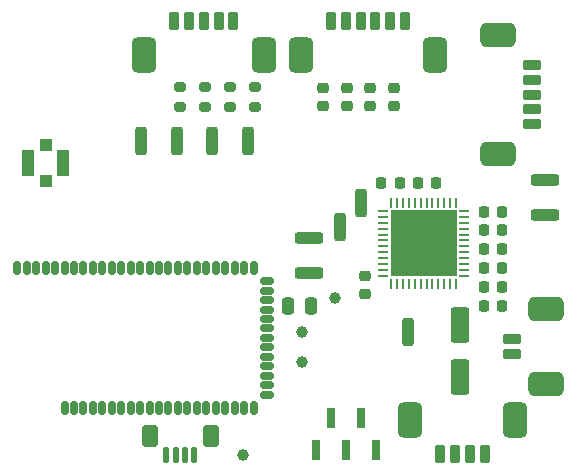
<source format=gbr>
%TF.GenerationSoftware,KiCad,Pcbnew,8.0.5*%
%TF.CreationDate,2025-01-02T11:16:24+01:00*%
%TF.ProjectId,BluetoothReceiver,426c7565-746f-46f7-9468-526563656976,rev?*%
%TF.SameCoordinates,Original*%
%TF.FileFunction,Soldermask,Top*%
%TF.FilePolarity,Negative*%
%FSLAX46Y46*%
G04 Gerber Fmt 4.6, Leading zero omitted, Abs format (unit mm)*
G04 Created by KiCad (PCBNEW 8.0.5) date 2025-01-02 11:16:24*
%MOMM*%
%LPD*%
G01*
G04 APERTURE LIST*
G04 Aperture macros list*
%AMRoundRect*
0 Rectangle with rounded corners*
0 $1 Rounding radius*
0 $2 $3 $4 $5 $6 $7 $8 $9 X,Y pos of 4 corners*
0 Add a 4 corners polygon primitive as box body*
4,1,4,$2,$3,$4,$5,$6,$7,$8,$9,$2,$3,0*
0 Add four circle primitives for the rounded corners*
1,1,$1+$1,$2,$3*
1,1,$1+$1,$4,$5*
1,1,$1+$1,$6,$7*
1,1,$1+$1,$8,$9*
0 Add four rect primitives between the rounded corners*
20,1,$1+$1,$2,$3,$4,$5,0*
20,1,$1+$1,$4,$5,$6,$7,0*
20,1,$1+$1,$6,$7,$8,$9,0*
20,1,$1+$1,$8,$9,$2,$3,0*%
G04 Aperture macros list end*
%ADD10RoundRect,0.125000X0.125000X0.525000X-0.125000X0.525000X-0.125000X-0.525000X0.125000X-0.525000X0*%
%ADD11RoundRect,0.350000X0.350000X0.600000X-0.350000X0.600000X-0.350000X-0.600000X0.350000X-0.600000X0*%
%ADD12RoundRect,0.200000X-0.200000X-0.600000X0.200000X-0.600000X0.200000X0.600000X-0.200000X0.600000X0*%
%ADD13RoundRect,0.525000X-0.525000X-0.975000X0.525000X-0.975000X0.525000X0.975000X-0.525000X0.975000X0*%
%ADD14RoundRect,0.200000X-0.600000X0.200000X-0.600000X-0.200000X0.600000X-0.200000X0.600000X0.200000X0*%
%ADD15RoundRect,0.525000X-0.975000X0.525000X-0.975000X-0.525000X0.975000X-0.525000X0.975000X0.525000X0*%
%ADD16RoundRect,0.150000X0.150000X-0.450000X0.150000X0.450000X-0.150000X0.450000X-0.150000X-0.450000X0*%
%ADD17RoundRect,0.150000X0.450000X0.150000X-0.450000X0.150000X-0.450000X-0.150000X0.450000X-0.150000X0*%
%ADD18RoundRect,0.062500X0.375000X0.062500X-0.375000X0.062500X-0.375000X-0.062500X0.375000X-0.062500X0*%
%ADD19RoundRect,0.062500X0.062500X0.375000X-0.062500X0.375000X-0.062500X-0.375000X0.062500X-0.375000X0*%
%ADD20R,5.600000X5.600000*%
%ADD21RoundRect,0.237500X0.237500X-0.987500X0.237500X0.987500X-0.237500X0.987500X-0.237500X-0.987500X0*%
%ADD22C,1.000000*%
%ADD23RoundRect,0.237500X-0.987500X-0.237500X0.987500X-0.237500X0.987500X0.237500X-0.987500X0.237500X0*%
%ADD24RoundRect,0.200000X0.275000X-0.200000X0.275000X0.200000X-0.275000X0.200000X-0.275000X-0.200000X0*%
%ADD25RoundRect,0.200000X0.600000X-0.200000X0.600000X0.200000X-0.600000X0.200000X-0.600000X-0.200000X0*%
%ADD26RoundRect,0.525000X0.975000X-0.525000X0.975000X0.525000X-0.975000X0.525000X-0.975000X-0.525000X0*%
%ADD27RoundRect,0.200000X0.200000X0.600000X-0.200000X0.600000X-0.200000X-0.600000X0.200000X-0.600000X0*%
%ADD28RoundRect,0.525000X0.525000X0.975000X-0.525000X0.975000X-0.525000X-0.975000X0.525000X-0.975000X0*%
%ADD29R,0.650000X1.800000*%
%ADD30R,1.050000X2.200000*%
%ADD31R,1.000000X1.000000*%
%ADD32RoundRect,0.250000X-0.550000X1.250000X-0.550000X-1.250000X0.550000X-1.250000X0.550000X1.250000X0*%
%ADD33RoundRect,0.225000X-0.225000X-0.250000X0.225000X-0.250000X0.225000X0.250000X-0.225000X0.250000X0*%
%ADD34RoundRect,0.225000X0.250000X-0.225000X0.250000X0.225000X-0.250000X0.225000X-0.250000X-0.225000X0*%
%ADD35RoundRect,0.225000X0.225000X0.250000X-0.225000X0.250000X-0.225000X-0.250000X0.225000X-0.250000X0*%
%ADD36RoundRect,0.225000X-0.250000X0.225000X-0.250000X-0.225000X0.250000X-0.225000X0.250000X0.225000X0*%
%ADD37RoundRect,0.250000X-0.250000X-0.475000X0.250000X-0.475000X0.250000X0.475000X-0.250000X0.475000X0*%
G04 APERTURE END LIST*
D10*
%TO.C,J7*%
X135400000Y-118400000D03*
X136200000Y-118400000D03*
X137000000Y-118400000D03*
X137800000Y-118400000D03*
D11*
X139200000Y-116800000D03*
X134000000Y-116800000D03*
%TD*%
D12*
%TO.C,J4*%
X155625000Y-81650000D03*
X154375000Y-81650000D03*
X153125000Y-81650000D03*
X151875000Y-81650000D03*
X150625000Y-81650000D03*
X149375000Y-81650000D03*
D13*
X146825000Y-84550000D03*
X158175000Y-84550000D03*
%TD*%
D14*
%TO.C,J3*%
X166362500Y-90400000D03*
X166362500Y-89150000D03*
X166362500Y-87900000D03*
X166362500Y-86650000D03*
X166362500Y-85400000D03*
D15*
X163462500Y-82850000D03*
X163462500Y-92950000D03*
%TD*%
D16*
%TO.C,A1*%
X126800000Y-114400000D03*
X127600000Y-114400000D03*
X128400000Y-114400000D03*
X129200000Y-114400000D03*
X130000000Y-114400000D03*
X130800000Y-114400000D03*
X131600000Y-114400000D03*
X132400000Y-114400000D03*
X133200000Y-114400000D03*
X134000000Y-114400000D03*
X134800000Y-114400000D03*
X135600000Y-114400000D03*
X136400000Y-114400000D03*
X137200000Y-114400000D03*
X138000000Y-114400000D03*
X138800000Y-114400000D03*
X139600000Y-114400000D03*
X140400000Y-114400000D03*
X141200000Y-114400000D03*
X142000000Y-114400000D03*
X142800000Y-114400000D03*
D17*
X143900000Y-113300000D03*
X143900000Y-112500000D03*
X143900000Y-111700000D03*
X143900000Y-110900000D03*
X143900000Y-110100000D03*
X143900000Y-109300000D03*
X143900000Y-108500000D03*
X143900000Y-107700000D03*
X143900000Y-106900000D03*
X143900000Y-106100000D03*
X143900000Y-105300000D03*
X143900000Y-104500000D03*
X143900000Y-103700000D03*
D16*
X142800000Y-102600000D03*
X142000000Y-102600000D03*
X141200000Y-102600000D03*
X140400000Y-102600000D03*
X139600000Y-102600000D03*
X138800000Y-102600000D03*
X138000000Y-102600000D03*
X137200000Y-102600000D03*
X136400000Y-102600000D03*
X135600000Y-102600000D03*
X134800000Y-102600000D03*
X134000000Y-102600000D03*
X133200000Y-102600000D03*
X132400000Y-102600000D03*
X131600000Y-102600000D03*
X130800000Y-102600000D03*
X130000000Y-102600000D03*
X129200000Y-102600000D03*
X128400000Y-102600000D03*
X127600000Y-102600000D03*
X126800000Y-102600000D03*
X126000000Y-102600000D03*
X125200000Y-102600000D03*
X124400000Y-102600000D03*
X123600000Y-102600000D03*
X122800000Y-102600000D03*
%TD*%
D18*
%TO.C,U1*%
X160637500Y-103250000D03*
X160637500Y-102750000D03*
X160637500Y-102250000D03*
X160637500Y-101750000D03*
X160637500Y-101250000D03*
X160637500Y-100750000D03*
X160637500Y-100250000D03*
X160637500Y-99750000D03*
X160637500Y-99250000D03*
X160637500Y-98750000D03*
X160637500Y-98250000D03*
X160637500Y-97750000D03*
D19*
X159950000Y-97062500D03*
X159450000Y-97062500D03*
X158950000Y-97062500D03*
X158450000Y-97062500D03*
X157950000Y-97062500D03*
X157450000Y-97062500D03*
X156950000Y-97062500D03*
X156450000Y-97062500D03*
X155950000Y-97062500D03*
X155450000Y-97062500D03*
X154950000Y-97062500D03*
X154450000Y-97062500D03*
D18*
X153762500Y-97750000D03*
X153762500Y-98250000D03*
X153762500Y-98750000D03*
X153762500Y-99250000D03*
X153762500Y-99750000D03*
X153762500Y-100250000D03*
X153762500Y-100750000D03*
X153762500Y-101250000D03*
X153762500Y-101750000D03*
X153762500Y-102250000D03*
X153762500Y-102750000D03*
X153762500Y-103250000D03*
D19*
X154450000Y-103937500D03*
X154950000Y-103937500D03*
X155450000Y-103937500D03*
X155950000Y-103937500D03*
X156450000Y-103937500D03*
X156950000Y-103937500D03*
X157450000Y-103937500D03*
X157950000Y-103937500D03*
X158450000Y-103937500D03*
X158950000Y-103937500D03*
X159450000Y-103937500D03*
X159950000Y-103937500D03*
D20*
X157200000Y-100500000D03*
%TD*%
D21*
%TO.C,TP23*%
X155900000Y-108000000D03*
%TD*%
D22*
%TO.C,TP22*%
X141900000Y-118400000D03*
%TD*%
D23*
%TO.C,TP21*%
X147500000Y-100000000D03*
%TD*%
D21*
%TO.C,TP20*%
X142300000Y-91800000D03*
%TD*%
D23*
%TO.C,TP19*%
X147500000Y-103000000D03*
%TD*%
D21*
%TO.C,TP18*%
X133300000Y-91800000D03*
%TD*%
%TO.C,TP17*%
X136300000Y-91800000D03*
%TD*%
%TO.C,TP16*%
X150100000Y-99100000D03*
%TD*%
%TO.C,TP15*%
X139300000Y-91800000D03*
%TD*%
%TO.C,TP14*%
X151900000Y-97100000D03*
%TD*%
D23*
%TO.C,TP13*%
X167500000Y-95100000D03*
%TD*%
%TO.C,TP12*%
X167500000Y-98100000D03*
%TD*%
D22*
%TO.C,TP11*%
X149700000Y-105100000D03*
%TD*%
%TO.C,TP6*%
X146900000Y-108000000D03*
%TD*%
%TO.C,TP4*%
X146900000Y-110500000D03*
%TD*%
D24*
%TO.C,R5*%
X142900000Y-88925000D03*
X142900000Y-87275000D03*
%TD*%
%TO.C,R4*%
X136600000Y-88925000D03*
X136600000Y-87275000D03*
%TD*%
%TO.C,R3*%
X138700000Y-87275000D03*
X138700000Y-88925000D03*
%TD*%
%TO.C,R2*%
X140800000Y-87275000D03*
X140800000Y-88925000D03*
%TD*%
D25*
%TO.C,J8*%
X164650000Y-108575000D03*
X164650000Y-109825000D03*
D26*
X167550000Y-112375000D03*
X167550000Y-106025000D03*
%TD*%
D27*
%TO.C,J6*%
X158625000Y-118350000D03*
X159875000Y-118350000D03*
X161125000Y-118350000D03*
X162375000Y-118350000D03*
D28*
X164925000Y-115450000D03*
X156075000Y-115450000D03*
%TD*%
D12*
%TO.C,J5*%
X141100000Y-81650000D03*
X139850000Y-81650000D03*
X138600000Y-81650000D03*
X137350000Y-81650000D03*
X136100000Y-81650000D03*
D13*
X133550000Y-84550000D03*
X143650000Y-84550000D03*
%TD*%
D29*
%TO.C,J2*%
X153140000Y-117950000D03*
X151870000Y-115250000D03*
X150600000Y-117950000D03*
X149330000Y-115250000D03*
X148060000Y-117950000D03*
%TD*%
D30*
%TO.C,J1*%
X126675000Y-93700000D03*
D31*
X125200000Y-92200000D03*
D30*
X123725000Y-93700000D03*
D31*
X125200000Y-95200000D03*
%TD*%
D32*
%TO.C,C15*%
X160300000Y-107400000D03*
X160300000Y-111800000D03*
%TD*%
D33*
%TO.C,C14*%
X156725000Y-95400000D03*
X158275000Y-95400000D03*
%TD*%
D34*
%TO.C,C13*%
X148700000Y-88875000D03*
X148700000Y-87325000D03*
%TD*%
%TO.C,C12*%
X150700000Y-88875000D03*
X150700000Y-87325000D03*
%TD*%
%TO.C,C11*%
X152700000Y-88875000D03*
X152700000Y-87325000D03*
%TD*%
%TO.C,C10*%
X154700000Y-88875000D03*
X154700000Y-87325000D03*
%TD*%
D33*
%TO.C,C9*%
X162325000Y-101000000D03*
X163875000Y-101000000D03*
%TD*%
D35*
%TO.C,C8*%
X163875000Y-99400000D03*
X162325000Y-99400000D03*
%TD*%
%TO.C,C7*%
X163875000Y-104200000D03*
X162325000Y-104200000D03*
%TD*%
D36*
%TO.C,C6*%
X152200000Y-103225000D03*
X152200000Y-104775000D03*
%TD*%
D37*
%TO.C,C5*%
X145750000Y-105800000D03*
X147650000Y-105800000D03*
%TD*%
D35*
%TO.C,C4*%
X163875000Y-97800000D03*
X162325000Y-97800000D03*
%TD*%
%TO.C,C3*%
X155175000Y-95400000D03*
X153625000Y-95400000D03*
%TD*%
%TO.C,C2*%
X163875000Y-102600000D03*
X162325000Y-102600000D03*
%TD*%
%TO.C,C1*%
X163875000Y-105800000D03*
X162325000Y-105800000D03*
%TD*%
M02*

</source>
